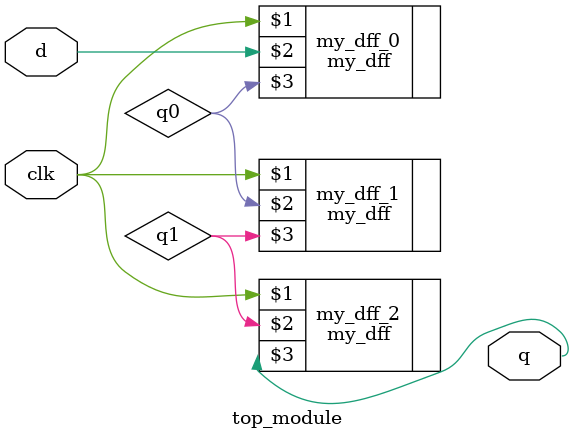
<source format=v>
module top_module (input clk, input d, output q);

wire q0, q1;
my_dff my_dff_0 (clk, d, q0);
my_dff my_dff_1 (clk, q0, q1);
my_dff my_dff_2 (clk, q1, q);

endmodule
</source>
